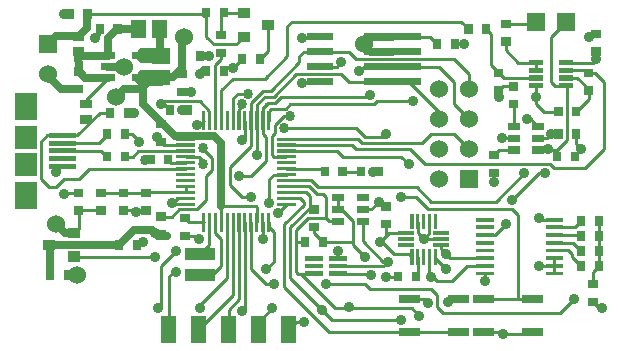
<source format=gbr>
G04 start of page 2 for group 0 idx 0 *
G04 Title: riffle, top *
G04 Creator: pcb 20140316 *
G04 CreationDate: Tue 16 Sep 2014 07:22:34 PM GMT UTC *
G04 For: ben *
G04 Format: Gerber/RS-274X *
G04 PCB-Dimensions (mil): 6000.00 5000.00 *
G04 PCB-Coordinate-Origin: lower left *
%MOIN*%
%FSLAX25Y25*%
%LNTOP*%
%ADD34C,0.0380*%
%ADD33C,0.0150*%
%ADD32C,0.0350*%
%ADD31C,0.0200*%
%ADD30C,0.0340*%
%ADD29C,0.0360*%
%ADD28R,0.0410X0.0410*%
%ADD27R,0.0177X0.0177*%
%ADD26R,0.0118X0.0118*%
%ADD25R,0.0130X0.0130*%
%ADD24R,0.0276X0.0276*%
%ADD23R,0.0240X0.0240*%
%ADD22R,0.0512X0.0512*%
%ADD21R,0.0500X0.0500*%
%ADD20R,0.0106X0.0106*%
%ADD19R,0.0748X0.0748*%
%ADD18R,0.0157X0.0157*%
%ADD17R,0.0340X0.0340*%
%ADD16R,0.0276X0.0276*%
%ADD15R,0.0295X0.0295*%
%ADD14C,0.0001*%
%ADD13C,0.0600*%
%ADD12C,0.0250*%
%ADD11C,0.0100*%
G54D11*X209000Y334390D02*X218610D01*
X220500Y332500D01*
X201732Y336358D02*X223642Y336358D01*
X225000Y335000D01*
X201732Y338327D02*X225673Y338327D01*
X225000Y342000D02*X201000D01*
X203000Y350000D02*X231000D01*
X200000Y352500D02*X229000D01*
X213050Y357500D02*X208500D01*
X207000Y356000D01*
X201929Y322579D02*X209421D01*
X225673Y338327D02*X227000Y337000D01*
X228000Y339000D02*X225000Y342000D01*
X228000Y339000D02*X234000D01*
X235000Y340000D01*
X225000Y335000D02*X243000D01*
X242500Y357500D02*X222500D01*
X229000Y352500D02*X229500Y353000D01*
X232000Y351000D02*X231000Y350000D01*
X220500Y332500D02*X240000D01*
X220453Y327500D02*X226547D01*
X230500D02*X232453D01*
X212250Y322250D02*X245250D01*
X227000Y337000D02*X247000D01*
X203500Y377500D02*X260000D01*
X242500Y357500D02*X252500Y347500D01*
Y345000D01*
X227500Y362500D02*X252500D01*
X257500Y357500D01*
Y350000D01*
X244000Y351000D02*X232000D01*
X250000Y340000D02*X257500D01*
X237150Y372500D02*X249547D01*
X252047Y370000D01*
X225000Y365000D02*X257500D01*
X267500Y274000D02*X273500D01*
X274000Y273500D01*
X283338D01*
X283838Y274000D01*
X254000Y280500D02*X287530D01*
X267500Y285024D02*X283838D01*
X279000Y285047D02*X279024Y285024D01*
X287500Y280500D02*X293000D01*
X297500Y285000D01*
X307000Y282000D02*X306047D01*
X304000Y284047D01*
X252000Y282500D02*X254000Y280500D01*
X252000Y286500D02*Y282500D01*
Y286500D02*X250000Y288500D01*
X247597Y285012D02*X248819Y283790D01*
X249469Y293031D02*X250000Y292500D01*
X250500D01*
X252000Y291000D01*
X251437Y299134D02*Y298563D01*
X255000Y295000D01*
X249469Y299134D02*Y293031D01*
X253366Y301634D02*X256338Y298662D01*
X252000Y291000D02*X257000D01*
X262000Y296000D01*
X268000D01*
X256338Y298662D02*X267886D01*
X268000Y291000D02*Y293430D01*
X267886Y293544D01*
X249000Y315000D02*X277000D01*
X279000Y313000D01*
Y285047D01*
X267886Y306338D02*X271338D01*
X275000Y310000D01*
X291114Y306338D02*X299709D01*
X291114Y311456D02*X286544D01*
X286000Y312000D01*
X299709Y306338D02*X300047Y306000D01*
X297268Y303779D02*X300047Y301000D01*
X297000Y299047D02*X300047Y296000D01*
X291114Y303779D02*X297268D01*
X291114Y301221D02*X295779D01*
X297000Y300000D01*
Y299047D01*
X291114Y298662D02*Y293544D01*
Y296000D02*X286000D01*
X209953Y324547D02*X212250Y322250D01*
X201929Y324547D02*X209953D01*
X210000Y324500D01*
X201929Y320610D02*X208390D01*
X201929Y318642D02*X206358D01*
X207500Y317500D01*
X201929Y316673D02*X203327D01*
X207500Y317500D02*Y316500D01*
X209500Y315500D02*Y319500D01*
X215000Y312000D02*Y319000D01*
X214000Y320000D01*
X212000D01*
X209421Y322579D01*
X208390Y320610D02*X209500Y319500D01*
X209000Y312000D02*X215000D01*
X216000Y311000D01*
X218000D01*
X243000Y335000D02*X248000Y330000D01*
X240000Y332500D02*X242500Y330000D01*
X247000Y337000D02*X250000Y340000D01*
X232500Y317500D02*X233406D01*
X235000Y315906D01*
X245250Y322250D02*X250000Y317500D01*
X240000Y319000D02*X245000D01*
X219000Y314900D02*X220100D01*
X219000D02*Y318800D01*
X220100Y314900D02*X224000Y311000D01*
X245000Y319000D02*X249000Y315000D01*
X201929Y316673D02*X199000Y313744D01*
X209500Y315500D02*X203000Y309000D01*
X207500Y316500D02*X201000Y310000D01*
X205000Y308000D02*X209000Y312000D01*
X211000Y309000D02*Y306906D01*
X208000Y304000D02*X205000D01*
X211000Y306906D02*X213906Y304000D01*
X284882Y361280D02*Y363839D01*
X296339Y356161D02*X291339D01*
X290000Y357500D01*
Y372500D01*
X295118Y356161D02*X295453Y355827D01*
X290000Y372500D02*X295000Y377500D01*
X275000Y376811D02*X284311D01*
X285000Y377500D01*
X260000D02*X262500Y375000D01*
X268406D02*X270000Y373406D01*
X257953Y370000D02*X261000D01*
X284882Y363839D02*X279114D01*
X257500Y365000D02*X262500Y360000D01*
X279114Y363839D02*X275000Y367953D01*
Y370906D01*
X277500Y355906D02*X273858D01*
X284882Y358720D02*X274232D01*
X262500Y360000D02*Y355000D01*
X273858Y355906D02*X272500Y354547D01*
X274232Y358720D02*X270000Y362953D01*
Y373406D01*
X284882Y356161D02*Y352618D01*
X285000Y352500D01*
X292500Y347500D02*X289764D01*
X290000D02*X287500D01*
X284882Y350118D01*
Y352382D01*
X285000Y352500D01*
X295118Y361280D02*X303327D01*
X302500Y360453D02*X304547D01*
X307500Y357500D01*
X295118Y358720D02*X298780D01*
X302500Y355000D01*
X295118Y363839D02*X303839D01*
X305000Y365000D01*
Y373406D02*X303406D01*
X302500Y372500D01*
X305000Y365000D02*Y367500D01*
X307500Y357500D02*Y335000D01*
X302500Y355000D02*Y351594D01*
X298406Y347500D01*
X307500Y335000D02*X301250Y328750D01*
X304000Y289953D02*Y294047D01*
X305953Y296000D01*
Y311000D01*
X291114Y308897D02*X297944D01*
X300047Y311000D01*
X277500Y342500D02*Y350000D01*
X257500D02*X262500Y345000D01*
X285700Y334700D02*X292200D01*
X292047Y332500D02*Y334547D01*
X248000Y330000D02*X289750D01*
X277500Y334700D02*X272700D01*
X271000Y333000D01*
X277500Y338600D02*X273600D01*
X257500Y340000D02*X262500Y335000D01*
X282000Y345000D02*X283200D01*
X285700Y342500D01*
X250000Y317500D02*X271500D01*
X271000Y327094D02*Y324000D01*
X295453Y355827D02*Y337953D01*
X285700Y338600D02*X288600D01*
X290000Y340000D01*
X292500D01*
X295453Y337953D02*X292047Y334547D01*
X297953Y332500D02*Y332953D01*
X300000Y335000D01*
X298406Y340000D02*Y336594D01*
X300000Y335000D01*
X301250Y328750D02*X291000D01*
X289750Y330000D02*X291000Y328750D01*
X288000Y327000D02*X286000D01*
X277000Y318000D01*
X281000Y327000D02*X271500Y317500D01*
X227200Y314900D02*X229900D01*
X232500Y317500D01*
X235000Y310000D02*Y306000D01*
X234000Y297500D02*X227200Y304300D01*
X219000Y301000D02*Y298622D01*
X218937Y298559D01*
X213906Y304000D02*X224000D01*
X228000Y299000D02*X224000Y303000D01*
X227200Y304300D02*Y311000D01*
X224000D02*Y303000D01*
X218937Y293441D02*X229559D01*
X218937Y296000D02*X234000D01*
X215000Y290000D02*X228000D01*
X229559Y293441D02*X230000Y293000D01*
X228000Y290000D02*X229500Y288500D01*
X241634Y306969D02*X235969D01*
X233000Y304000D02*X235969Y306969D01*
X233000Y304000D02*X233500D01*
X237500Y300000D01*
X242697D01*
X235500Y297500D02*X234000D01*
Y296000D02*X235500Y297500D01*
X245531Y310866D02*Y306969D01*
X247500Y305000D01*
X249469Y310866D02*Y306969D01*
X247500Y305000D01*
X245531Y299134D02*Y293031D01*
X245000Y292500D01*
X253366Y305000D02*X247500D01*
X253366Y303031D02*Y301634D01*
X242697Y300000D02*X243563Y299134D01*
X239094Y292500D02*X235000D01*
X247500Y285109D02*X242928D01*
X242831Y285012D01*
X246000Y279500D02*X243500Y282000D01*
X238000Y278000D02*X240000D01*
X243500Y282000D02*X218000D01*
X217000Y278000D02*X240000D01*
X259169Y273988D02*X216012D01*
X250000Y288500D02*X229500D01*
X203000Y309000D02*Y292000D01*
X201000Y310000D02*Y289000D01*
X203000Y292000D02*X217000Y278000D01*
X201000Y289000D02*X216012Y273988D01*
X211063Y293441D02*X205559D01*
X205000Y294000D01*
X218000Y282000D02*X206559Y293441D01*
X205559D01*
X207500Y277500D02*X205000D01*
X202500Y275000D01*
X168858Y334390D02*X154449D01*
X161024Y336358D02*X160000Y337382D01*
X152390Y334390D02*X154500D01*
X168268Y332421D02*X172579D01*
X168268Y330453D02*X163453D01*
X162406Y331500D01*
X156500D02*X154500D01*
X147953Y332500D02*X150500D01*
X152500Y337500D02*Y337787D01*
X150728Y339559D01*
X150287Y340000D02*X152500Y337787D01*
X150500Y332500D02*X152390Y334390D01*
X165642Y318642D02*X164000Y317000D01*
X168858Y316673D02*X164327D01*
X164000Y317000D01*
X168858Y318642D02*X165642D01*
X147500Y314547D02*X155000D01*
X172579Y332421D02*X174000Y331000D01*
Y335000D02*X177000Y332000D01*
Y328000D01*
X175000Y326000D01*
Y318000D01*
X168268Y320610D02*Y322579D01*
X174173Y310768D02*X169350D01*
X167618Y312500D01*
X175000Y318000D02*X172000Y315000D01*
X166000D01*
X163500Y312500D01*
X160000D01*
X174000Y335000D02*Y335500D01*
X168268Y320610D02*X155157D01*
X140000Y320453D02*X154843D01*
X155000Y320610D01*
X168268Y328484D02*X135984D01*
X220000Y360000D02*X222500Y357500D01*
X220000Y360000D02*X205000D01*
X206000Y364000D02*X196500Y354500D01*
X194000D01*
X205000Y360000D02*X197500Y352500D01*
X194500D01*
Y358500D02*X195250Y359250D01*
X194500Y358500D02*X202000Y366000D01*
X227500Y362500D02*X226000Y361000D01*
X213050Y362500D02*X218500D01*
X220000Y364000D01*
X178110Y343641D02*Y352110D01*
X184016Y343641D02*Y352016D01*
X185984Y344232D02*Y348484D01*
X178110Y350890D02*Y355992D01*
X184016Y352016D02*X184500Y352500D01*
X185984Y348484D02*X187000Y349500D01*
X178000Y356000D02*X178110Y355890D01*
X180079Y354579D02*X184000Y358500D01*
X194500D02*X184000D01*
X180953Y362000D02*X184047D01*
X187047Y365000D01*
X191890Y349890D02*X194500Y352500D01*
X194000Y354500D02*X189921Y350421D01*
X195000Y350000D02*X193858Y348858D01*
X195500Y350500D01*
X198000D02*X195500D01*
X195700Y367747D02*X192953Y365000D01*
X207500Y367500D02*X222500D01*
X225000Y365000D01*
X202000Y366000D02*Y376000D01*
X203500Y377500D02*X202000Y376000D01*
X195700Y376400D02*Y367747D01*
X213050Y372500D02*X208000D01*
X206000Y364000D02*Y366000D01*
X207500Y367500D01*
G54D12*X230000D02*X227500Y370000D01*
X230000Y372500D02*X227500Y370000D01*
X237150Y367500D02*X230000D01*
X237150Y372500D02*X230000D01*
G54D11*X178000Y363000D02*Y356000D01*
G54D12*X175047Y361000D02*X174000D01*
X173000Y360000D01*
X172906Y366000D02*X176000D01*
G54D11*X180000Y367047D02*Y365000D01*
X178000Y363000D01*
X180000Y372953D02*Y379547D01*
X180906Y380453D01*
X187347D01*
X187500Y380300D01*
X175000Y380453D02*Y372500D01*
X177500Y370000D01*
X185000D01*
X187500Y372500D01*
X201732Y328484D02*X208516Y328484D01*
X201732Y334390D02*X209390Y334390D01*
X208516Y328484D02*X213563D01*
X214547Y327500D01*
X201000Y346000D02*X203000D01*
X203500Y350000D02*X203000D01*
X196500Y348500D02*X201500D01*
X203000Y350000D01*
X200000Y352500D02*X198000Y350500D01*
X195827Y344232D02*Y347827D01*
X196500Y348500D01*
X198000Y343000D02*X201000Y346000D01*
X184016Y347484D02*Y343641D01*
X176142Y344232D02*Y347858D01*
X180079Y350921D02*Y354579D01*
Y343641D02*Y351079D01*
X189000Y353500D02*X185500D01*
X184016Y352016D01*
X192000Y350000D02*X191890Y349890D01*
X161024Y336358D02*X168071Y336358D01*
X197579Y332421D02*X197000Y333000D01*
X191890Y333110D02*X192000Y333000D01*
X195000Y339000D02*X193858Y340142D01*
Y348858D01*
X189921Y350421D02*Y335921D01*
X191890Y349890D02*Y333110D01*
X187953Y344429D02*Y338953D01*
X187000Y338000D01*
X160000Y350000D02*X161000Y351000D01*
G54D12*X164750Y339250D02*X154000Y350000D01*
G54D11*X161000Y351000D02*X173000D01*
X176142Y347858D02*X173000Y351000D01*
X172000Y343000D02*X172744D01*
X174173Y344429D01*
G54D12*X168000Y339250D02*X164750D01*
X177750D02*X168250D01*
G54D11*X168858Y338327D02*X166673D01*
G54D12*X177750Y339250D02*X180000Y337000D01*
G54D11*X201732Y332421D02*X197579D01*
X195000Y331000D02*X190000Y326000D01*
X197000Y333000D02*Y339500D01*
X198000Y340500D01*
Y343000D01*
X195000Y339000D02*Y331000D01*
X190000Y326000D02*X186000D01*
X189921Y335921D02*X183000Y329000D01*
Y323000D01*
Y324000D02*Y323000D01*
X190000Y319000D02*X187000D01*
G54D12*X180000Y337000D02*Y316000D01*
G54D11*X201929Y326516D02*X197516D01*
X196000Y325000D01*
Y317000D01*
G54D12*X152650Y366200D02*X159843D01*
X153700Y365000D02*X160000D01*
X153800Y367500D02*X160000D01*
X160086Y367286D02*X159000Y366200D01*
X167000Y372000D02*X167500Y372500D01*
X167000Y362000D02*Y372000D01*
X159586Y366786D02*X159000Y366200D01*
X159586Y375000D02*Y366786D01*
G54D11*X174047Y379500D02*X175000Y380453D01*
X135453Y380000D02*X175000D01*
G54D12*X160000Y358957D02*X163957D01*
X160059Y359941D02*X160000Y360000D01*
X167000Y362000D02*X163957Y358957D01*
X160000D02*X164094D01*
X153800Y357500D02*X160000D01*
X153700Y360000D02*X160000D01*
X159843Y358800D02*X160000Y358957D01*
X152650Y358800D02*X159843D01*
X154000Y356000D02*Y350000D01*
X152000Y358800D02*X154500Y356300D01*
G54D11*X167000Y348000D02*X168858D01*
X160000Y350000D02*X160953D01*
X162953Y348000D01*
G54D12*X167000Y354047D02*X169953D01*
X170000Y354000D01*
X154000Y355000D02*X147500D01*
X145000Y352500D01*
G54D11*X142350Y358800D02*X135000Y351450D01*
Y350059D01*
X148953Y347000D02*X151000D01*
X132106Y339547D02*X139559Y347000D01*
X143047D01*
X147953Y340000D02*X150287D01*
X127047Y339547D02*X122047D01*
G54D12*X122350Y360000D02*Y359500D01*
X130850Y355047D02*X126803D01*
X122350Y359500D02*X126803Y355047D01*
X122350Y370000D02*X124909Y372559D01*
X132500D01*
X135453Y375512D01*
X132500Y360906D02*X132350Y367291D01*
X132500Y367441D01*
X133741Y366200D02*X132500Y367441D01*
X135453Y375512D02*Y380000D01*
X142350Y366200D02*Y371897D01*
X145453Y375000D01*
X152500D01*
G54D11*X139547D02*Y373547D01*
X138000Y372000D01*
G54D12*X142350Y366200D02*X133741D01*
X142350Y362500D02*X147500D01*
X132500Y360906D02*X134606Y358800D01*
X142350D01*
X123094Y293000D02*Y302806D01*
X122800Y303100D01*
X129000Y293000D02*X132000D01*
G54D11*X132500Y320453D02*X127953D01*
X127500Y320000D01*
X120000Y325000D02*X122500Y322500D01*
X125000D01*
X127500Y325000D01*
X152000Y304094D02*X153906D01*
X154000Y304000D01*
G54D12*X159000Y306000D02*X162000D01*
X146094Y303094D02*X146089Y303100D01*
G54D11*X140000Y314547D02*X132500D01*
Y308500D01*
X131000Y307000D01*
G54D12*X128000D01*
X125000Y310000D01*
X146089Y303100D02*X122800D01*
G54D11*X131000Y299200D02*X157800D01*
G54D12*X146100Y303100D02*X151000Y308000D01*
X157000D01*
X159000Y306000D02*X157000Y308000D01*
G54D11*X127205Y334429D02*X140118D01*
X127205Y336988D02*X139299D01*
X127205Y339547D02*X132106D01*
X140118Y334429D02*X142047Y332500D01*
X139299Y336988D02*X141870Y339559D01*
X122047Y339547D02*X120000Y337500D01*
Y325000D01*
X127500D02*X132500D01*
X135984Y328484D01*
X127205Y329311D02*X126811D01*
X125000Y327500D01*
X182047Y311358D02*Y297047D01*
X180000Y305000D02*Y296000D01*
X182047Y292047D02*Y297953D01*
X180000Y296000D02*X177000Y293000D01*
X173000D01*
X176142Y303142D02*X173000Y300000D01*
X182047Y292500D02*Y292047D01*
X178110Y310571D02*Y306890D01*
X176142Y310571D02*Y303142D01*
X187000Y319000D02*X183000Y323000D01*
X180079Y315921D02*X180000Y316000D01*
X180079Y310571D02*Y315921D01*
X191500Y316000D02*X191890Y315610D01*
X180000Y316000D02*X191500D01*
X191890Y310768D02*Y315610D01*
X191890D01*
X185984Y301516D02*Y311358D01*
X193858Y310571D02*Y305142D01*
X186000Y310555D02*X185984Y310571D01*
X193858Y305142D02*X194000Y305000D01*
X205000Y308000D02*Y294000D01*
X197500Y307500D02*Y297500D01*
X195000Y295000D01*
X195827Y310571D02*Y309173D01*
X197500Y307500D01*
X189921Y310571D02*Y295079D01*
X184016Y311358D02*Y286516D01*
X187953Y310571D02*Y292047D01*
X195000Y290000D02*X197500D01*
X192500Y275000D02*Y277500D01*
X197000Y282000D01*
X189921Y295079D02*X195000Y290000D01*
X186000Y302000D02*Y285000D01*
X182500Y281500D01*
X187953Y281047D02*X188000Y281000D01*
X187953Y291953D02*Y281953D01*
X187000Y281000D01*
X178110Y306890D02*X180000Y305000D01*
X167953Y306094D02*X171406D01*
X172500Y305000D01*
X157800Y299200D02*X158000Y299000D01*
X165000Y301000D02*X160000Y296000D01*
X184016Y286516D02*X172500Y275000D01*
X173000Y282000D02*Y283000D01*
X182500Y281500D02*Y275000D01*
X182047Y292047D02*X173000Y283000D01*
X162500Y275000D02*Y292500D01*
X164000Y294000D01*
X165000D01*
X160000Y296000D02*Y283000D01*
X159000Y282000D02*X160000Y283000D01*
G54D13*X262500Y345000D03*
X252500D03*
X262500Y355000D03*
X252500D03*
G54D14*G36*
X259500Y328000D02*Y322000D01*
X265500D01*
Y328000D01*
X259500D01*
G37*
G54D13*X252500Y325000D03*
X262500Y335000D03*
X252500D03*
G54D14*G36*
X119350Y373000D02*Y367000D01*
X125350D01*
Y373000D01*
X119350D01*
G37*
G54D13*X122350Y360000D03*
G54D14*G36*
X282000Y380500D02*Y374500D01*
X288000D01*
Y380500D01*
X282000D01*
G37*
G36*
X292000D02*Y374500D01*
X298000D01*
Y380500D01*
X292000D01*
G37*
G54D15*X134508Y344941D02*X135492D01*
X134508Y350059D02*X135492D01*
G54D16*X148953Y347197D02*Y346803D01*
X143047Y347197D02*Y346803D01*
X142047Y332697D02*Y332303D01*
X139803Y314547D02*X140197D01*
X139803Y320453D02*X140197D01*
X132303D02*X132697D01*
X132303Y314547D02*X132697D01*
X142047Y340197D02*Y339803D01*
X147953Y340197D02*Y339803D01*
Y332697D02*Y332303D01*
X147303Y314547D02*X147697D01*
X147303Y320453D02*X147697D01*
X152000Y303291D02*Y302898D01*
X146094Y303291D02*Y302898D01*
X129000Y293197D02*Y292803D01*
X123094Y293197D02*Y292803D01*
G54D17*X130700Y299200D02*X131300D01*
X130700Y307000D02*X131300D01*
X122500Y303100D02*X123100D01*
G54D18*X123465Y339547D02*X130945D01*
X123465Y336988D02*X130945D01*
X123465Y334429D02*X130945D01*
X123465Y331870D02*X130945D01*
X123465Y329311D02*X130945D01*
G54D19*X115000Y320453D02*Y318878D01*
Y330098D02*Y329902D01*
Y338957D02*Y338760D01*
Y349980D02*Y348406D01*
G54D16*X156500Y331697D02*Y331303D01*
X162406Y331697D02*Y331303D01*
X159803Y337382D02*X160197D01*
X159803Y343287D02*X160197D01*
X167756Y306094D02*X168150D01*
X167756Y312000D02*X168150D01*
X159803Y306594D02*X160197D01*
X159803Y312500D02*X160197D01*
X154803Y314547D02*X155197D01*
G54D20*X165453Y338327D02*X170689D01*
X165453Y336358D02*X170689D01*
X165453Y334390D02*X170689D01*
X165453Y332421D02*X170689D01*
X165453Y330453D02*X170689D01*
X165453Y328484D02*X170689D01*
X165453Y326516D02*X170689D01*
X165453Y324547D02*X170689D01*
X165453Y322579D02*X170689D01*
X165453Y320610D02*X170689D01*
X165453Y318642D02*X170689D01*
X165453Y316673D02*X170689D01*
G54D16*X154803Y320453D02*X155197D01*
G54D21*X162500Y277000D02*Y273000D01*
X172500Y277000D02*Y273000D01*
X182500Y277000D02*Y273000D01*
X192500Y277000D02*Y273000D01*
X202500Y277000D02*Y273000D01*
G54D22*X159586Y375393D02*Y374607D01*
G54D17*X187200Y380300D02*X187800D01*
X187200Y372500D02*X187800D01*
X195400Y376400D02*X196000D01*
G54D16*X192953Y365197D02*Y364803D01*
X187047Y365197D02*Y364803D01*
G54D23*X209900Y372500D02*X216200D01*
X209900Y367500D02*X216200D01*
X209900Y362500D02*X216200D01*
G54D20*X199311Y322579D02*X204547D01*
X199311Y324547D02*X204547D01*
X199311Y326516D02*X204547D01*
X199311Y328484D02*X204547D01*
X199311Y330453D02*X204547D01*
X199311Y332421D02*X204547D01*
X199311Y334390D02*X204547D01*
X199311Y336358D02*X204547D01*
X199311Y338327D02*X204547D01*
G54D23*X209900Y357500D02*X216200D01*
G54D20*X195827Y347047D02*Y341811D01*
X193858Y347047D02*Y341811D01*
X191890Y347047D02*Y341811D01*
X189921Y347047D02*Y341811D01*
X187953Y347047D02*Y341811D01*
X185984Y347047D02*Y341811D01*
X184016Y347047D02*Y341811D01*
X182047Y347047D02*Y341811D01*
X180079Y347047D02*Y341811D01*
X178110Y347047D02*Y341811D01*
X176142Y347047D02*Y341811D01*
X174173Y347047D02*Y341811D01*
G54D22*X159607Y366043D02*X160393D01*
X159607Y358957D02*X160393D01*
G54D16*X167000Y366197D02*Y365803D01*
G54D23*X151450Y358800D02*X153850D01*
X151450Y366200D02*X153850D01*
G54D22*X152500Y375393D02*Y374607D01*
G54D16*X145453Y375197D02*Y374803D01*
G54D15*X132008Y372559D02*X132992D01*
X132008Y367441D02*X132992D01*
G54D16*X129547Y380197D02*Y379803D01*
X135453Y380197D02*Y379803D01*
X139547Y375197D02*Y374803D01*
G54D23*X141150Y366200D02*X143550D01*
X141150Y362500D02*X143550D01*
X141150Y358800D02*X143550D01*
G54D16*X132303Y355000D02*X132697D01*
X132303Y360906D02*X132697D01*
X179803Y367047D02*X180197D01*
X179803Y372953D02*X180197D01*
X175000Y380650D02*Y380256D01*
X180906Y380650D02*Y380256D01*
X172906Y366197D02*Y365803D01*
X168858Y348197D02*Y347803D01*
X162953Y348197D02*Y347803D01*
X166803Y354047D02*X167197D01*
X166803Y359953D02*X167197D01*
X180953Y361197D02*Y360803D01*
X175047Y361197D02*Y360803D01*
G54D24*X265433Y274000D02*X269567D01*
X281771D02*X285905D01*
X265433Y285024D02*X269567D01*
X281771D02*X285905D01*
G54D16*X257102Y273988D02*X261236D01*
X257102Y285012D02*X261236D01*
X303803Y284047D02*X304197D01*
X303803Y289953D02*X304197D01*
G54D25*X288811Y293544D02*X293417D01*
X288811Y296103D02*X293417D01*
X288811Y298662D02*X293417D01*
X288811Y301221D02*X293417D01*
X265583D02*X270189D01*
X265583Y298662D02*X270189D01*
X265583Y296103D02*X270189D01*
X265583Y293544D02*X270189D01*
G54D16*X305953Y296197D02*Y295803D01*
Y301197D02*Y300803D01*
X300047Y296197D02*Y295803D01*
Y306197D02*Y305803D01*
Y301197D02*Y300803D01*
X305953Y311197D02*Y310803D01*
Y306197D02*Y305803D01*
X300047Y311197D02*Y310803D01*
G54D25*X288811Y311456D02*X293417D01*
X288811Y303779D02*X293417D01*
X265583D02*X270189D01*
X288811Y306338D02*X293417D01*
X288811Y308897D02*X293417D01*
X265583Y306338D02*X270189D01*
X265583Y311456D02*X270189D01*
X265583Y308897D02*X270189D01*
G54D26*X251437Y312874D02*Y308858D01*
X249469Y312874D02*Y308858D01*
X247500Y312874D02*Y308858D01*
X245531Y312874D02*Y308858D01*
X243563Y312874D02*Y308858D01*
X251437Y301142D02*Y297126D01*
X249469Y301142D02*Y297126D01*
X247500Y301142D02*Y297126D01*
X251358Y303031D02*X255374D01*
X251358Y305000D02*X255374D01*
X251358Y306969D02*X255374D01*
X239626Y305000D02*X243642D01*
X239626Y306969D02*X243642D01*
X245531Y301142D02*Y297126D01*
X243563Y301142D02*Y297126D01*
X239626Y303031D02*X243642D01*
G54D16*X245000Y292697D02*Y292303D01*
X239094Y292697D02*Y292303D01*
X240764Y273988D02*X244898D01*
X240764Y285012D02*X244898D01*
X298406Y340197D02*Y339803D01*
X292500Y340197D02*Y339803D01*
X297953Y332697D02*Y332303D01*
X292047Y332697D02*Y332303D01*
G54D23*X276700Y338600D02*X278300D01*
X276700Y334700D02*X278300D01*
X284900D02*X286500D01*
G54D16*X270803Y333000D02*X271197D01*
X270803Y327094D02*X271197D01*
X277303Y350000D02*X277697D01*
X277303Y355906D02*X277697D01*
G54D23*X276700Y342500D02*X278300D01*
G54D16*X272303Y354547D02*X272697D01*
X272303Y360453D02*X272697D01*
G54D23*X284900Y338600D02*X286500D01*
X284900Y342500D02*X286500D01*
G54D27*X283406Y363839D02*X286358D01*
X283406Y361280D02*X286358D01*
X283406Y358720D02*X286358D01*
X283406Y356161D02*X286358D01*
G54D16*X302303Y354547D02*X302697D01*
X302303Y360453D02*X302697D01*
G54D27*X293642Y356161D02*X296594D01*
X293642Y358720D02*X296594D01*
X293642Y361280D02*X296594D01*
X293642Y363839D02*X296594D01*
G54D16*X292500Y347697D02*Y347303D01*
X298406Y347697D02*Y347303D01*
X304803Y373406D02*X305197D01*
X304803Y367500D02*X305197D01*
X274803Y376811D02*X275197D01*
X257953Y370197D02*Y369803D01*
X252047Y370197D02*Y369803D01*
X262500Y375197D02*Y374803D01*
X268406Y375197D02*Y374803D01*
X274803Y370906D02*X275197D01*
G54D23*X228800Y357500D02*X245500D01*
X228800Y362500D02*X245500D01*
X228800Y367500D02*X245500D01*
X228800Y372500D02*X245500D01*
G54D16*X226547Y327697D02*Y327303D01*
X232453Y327697D02*Y327303D01*
X214547Y327697D02*Y327303D01*
X220453Y327697D02*Y327303D01*
X234803Y315906D02*X235197D01*
X234803Y310000D02*X235197D01*
X210803Y309000D02*X211197D01*
X210803Y314906D02*X211197D01*
G54D23*X226400Y311000D02*X228000D01*
X218200Y314900D02*X219800D01*
X218200Y311000D02*X219800D01*
X226400Y314900D02*X228000D01*
X226400Y318800D02*X228000D01*
X218200D02*X219800D01*
G54D16*X213906Y304197D02*Y303803D01*
X208000Y304197D02*Y303803D01*
G54D20*X199311Y316673D02*X204547D01*
X199311Y318642D02*X204547D01*
X199311Y320610D02*X204547D01*
G54D18*X216772Y293441D02*X221102D01*
X208898D02*X213228D01*
X216772Y296000D02*X221102D01*
X208898D02*X213228D01*
X216772Y298559D02*X221102D01*
X208898D02*X213228D01*
G54D20*X174173Y313189D02*Y307953D01*
X176142Y313189D02*Y307953D01*
X178110Y313189D02*Y307953D01*
X180079Y313189D02*Y307953D01*
X182047Y313189D02*Y307953D01*
G54D28*X170000Y293000D02*X176000D01*
X170000Y300000D02*X176000D01*
G54D20*X184016Y313189D02*Y307953D01*
X185984Y313189D02*Y307953D01*
X187953Y313189D02*Y307953D01*
X189921Y313189D02*Y307953D01*
X191890Y313189D02*Y307953D01*
X193858Y313189D02*Y307953D01*
X195827Y313189D02*Y307953D01*
G54D29*X229500Y353000D03*
X226000Y361000D03*
G54D13*X227500Y370000D03*
G54D29*X220000Y364000D03*
X235000Y340000D03*
X290000D03*
X300000Y335000D03*
X273600Y338600D03*
X289000Y335000D03*
X272500Y352500D03*
X244000Y351000D03*
X285000Y352500D03*
X305000Y365000D03*
X302500Y372500D03*
X282000Y345000D03*
X261000Y370000D03*
X163500Y317000D03*
X158000Y307000D03*
G54D13*X132000Y293000D03*
G54D29*X154000Y304000D03*
X151500Y314000D03*
X158000Y299000D03*
X152500Y337500D03*
X158500Y339000D03*
G54D30*X154500Y331500D03*
G54D29*X160000Y350000D03*
X151000Y347000D03*
X125000Y327500D03*
G54D13*Y310000D03*
G54D29*X127500Y320000D03*
X138000Y372000D03*
G54D13*X147500Y362500D03*
X145000Y352500D03*
G54D29*X127500Y380000D03*
X207000Y372000D03*
G54D30*X189000Y353500D03*
X187000Y350000D03*
X203000Y346000D03*
G54D29*X207000Y357000D03*
X176000Y366000D03*
G54D13*X167500Y372500D03*
G54D29*X184000Y362000D03*
X173000Y360000D03*
X170000Y354000D03*
X255766Y284096D03*
X274000Y273500D03*
X248819Y283790D03*
X240000Y278000D03*
X246000Y279500D03*
X307000Y282000D03*
X222500Y282500D03*
X173000Y282000D03*
X159000D03*
X297500Y285000D03*
X197000Y282000D03*
X207500Y277500D03*
X213500Y281500D03*
X187000Y281000D03*
X230500Y327500D03*
X242500Y330000D03*
X288000Y327000D03*
X281000D03*
X271000Y324000D03*
X232500Y317500D03*
X233000Y304000D03*
X247500Y305000D03*
X240000Y319000D03*
X255000Y295000D03*
X286000Y296000D03*
X235000Y292500D03*
X235500Y297500D03*
X230000Y293000D03*
X228000Y299000D03*
X219000Y301000D03*
X215000Y290000D03*
X250000Y292500D03*
X268000Y291000D03*
X255000Y300000D03*
X275000Y310000D03*
X277000Y318000D03*
X286000Y312000D03*
G54D30*X201000Y342000D03*
G54D29*X192000Y333000D03*
X187000Y338000D03*
G54D30*X174000Y330000D03*
Y335500D03*
G54D29*X172000Y343000D03*
X167000Y348000D03*
X172500Y305000D03*
X190000Y319000D03*
X186000Y326000D03*
X193858Y305142D03*
X199000Y313744D03*
X196000Y317000D03*
X197500Y290000D03*
X195000Y295000D03*
X165000Y294000D03*
Y301000D03*
G54D31*G54D32*G54D31*G54D32*G54D31*G54D33*G54D31*G54D32*G54D31*G54D32*G54D31*G54D33*G54D31*G54D32*G54D31*G54D33*G54D31*G54D33*G54D31*G54D34*M02*

</source>
